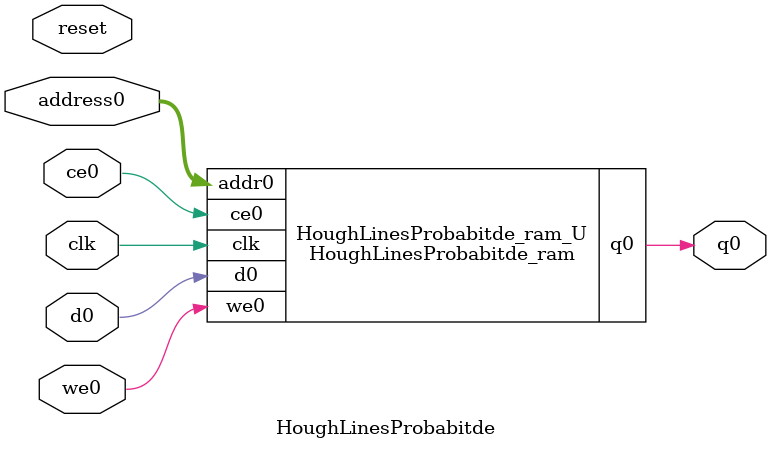
<source format=v>

`timescale 1 ns / 1 ps
module HoughLinesProbabitde_ram (addr0, ce0, d0, we0, q0,  clk);

parameter DWIDTH = 1;
parameter AWIDTH = 17;
parameter MEM_SIZE = 76800;

input[AWIDTH-1:0] addr0;
input ce0;
input[DWIDTH-1:0] d0;
input we0;
output reg[DWIDTH-1:0] q0;
input clk;

(* ram_style = "block" *)reg [DWIDTH-1:0] ram[0:MEM_SIZE-1];




always @(posedge clk)  
begin 
    if (ce0) 
    begin
        if (we0) 
        begin 
            ram[addr0] <= d0; 
            q0 <= d0;
        end 
        else 
            q0 <= ram[addr0];
    end
end


endmodule


`timescale 1 ns / 1 ps
module HoughLinesProbabitde(
    reset,
    clk,
    address0,
    ce0,
    we0,
    d0,
    q0);

parameter DataWidth = 32'd1;
parameter AddressRange = 32'd76800;
parameter AddressWidth = 32'd17;
input reset;
input clk;
input[AddressWidth - 1:0] address0;
input ce0;
input we0;
input[DataWidth - 1:0] d0;
output[DataWidth - 1:0] q0;



HoughLinesProbabitde_ram HoughLinesProbabitde_ram_U(
    .clk( clk ),
    .addr0( address0 ),
    .ce0( ce0 ),
    .we0( we0 ),
    .d0( d0 ),
    .q0( q0 ));

endmodule


</source>
